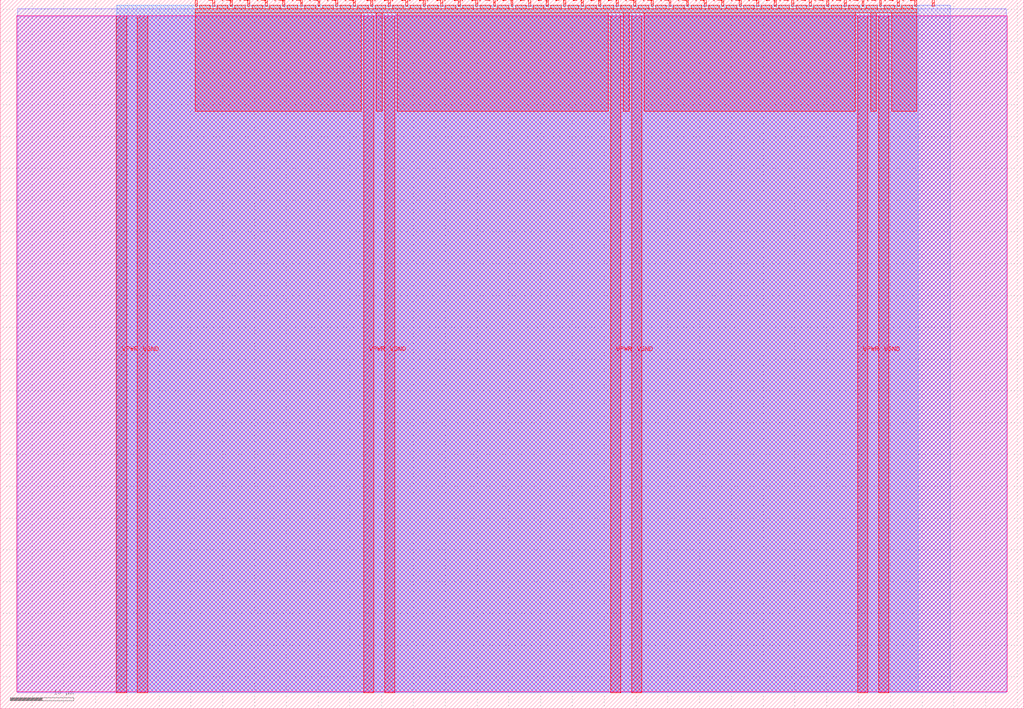
<source format=lef>
VERSION 5.7 ;
  NOWIREEXTENSIONATPIN ON ;
  DIVIDERCHAR "/" ;
  BUSBITCHARS "[]" ;
MACRO tt_um_wokwi_413879612498222081
  CLASS BLOCK ;
  FOREIGN tt_um_wokwi_413879612498222081 ;
  ORIGIN 0.000 0.000 ;
  SIZE 161.000 BY 111.520 ;
  PIN VGND
    DIRECTION INOUT ;
    USE GROUND ;
    PORT
      LAYER met4 ;
        RECT 21.580 2.480 23.180 109.040 ;
    END
    PORT
      LAYER met4 ;
        RECT 60.450 2.480 62.050 109.040 ;
    END
    PORT
      LAYER met4 ;
        RECT 99.320 2.480 100.920 109.040 ;
    END
    PORT
      LAYER met4 ;
        RECT 138.190 2.480 139.790 109.040 ;
    END
  END VGND
  PIN VPWR
    DIRECTION INOUT ;
    USE POWER ;
    PORT
      LAYER met4 ;
        RECT 18.280 2.480 19.880 109.040 ;
    END
    PORT
      LAYER met4 ;
        RECT 57.150 2.480 58.750 109.040 ;
    END
    PORT
      LAYER met4 ;
        RECT 96.020 2.480 97.620 109.040 ;
    END
    PORT
      LAYER met4 ;
        RECT 134.890 2.480 136.490 109.040 ;
    END
  END VPWR
  PIN clk
    DIRECTION INPUT ;
    USE SIGNAL ;
    ANTENNAGATEAREA 0.852000 ;
    PORT
      LAYER met4 ;
        RECT 143.830 110.520 144.130 111.520 ;
    END
  END clk
  PIN ena
    DIRECTION INPUT ;
    USE SIGNAL ;
    PORT
      LAYER met4 ;
        RECT 146.590 110.520 146.890 111.520 ;
    END
  END ena
  PIN rst_n
    DIRECTION INPUT ;
    USE SIGNAL ;
    ANTENNAGATEAREA 0.196500 ;
    PORT
      LAYER met4 ;
        RECT 141.070 110.520 141.370 111.520 ;
    END
  END rst_n
  PIN ui_in[0]
    DIRECTION INPUT ;
    USE SIGNAL ;
    ANTENNAGATEAREA 0.196500 ;
    PORT
      LAYER met4 ;
        RECT 138.310 110.520 138.610 111.520 ;
    END
  END ui_in[0]
  PIN ui_in[1]
    DIRECTION INPUT ;
    USE SIGNAL ;
    ANTENNAGATEAREA 0.196500 ;
    PORT
      LAYER met4 ;
        RECT 135.550 110.520 135.850 111.520 ;
    END
  END ui_in[1]
  PIN ui_in[2]
    DIRECTION INPUT ;
    USE SIGNAL ;
    ANTENNAGATEAREA 0.196500 ;
    PORT
      LAYER met4 ;
        RECT 132.790 110.520 133.090 111.520 ;
    END
  END ui_in[2]
  PIN ui_in[3]
    DIRECTION INPUT ;
    USE SIGNAL ;
    ANTENNAGATEAREA 0.196500 ;
    PORT
      LAYER met4 ;
        RECT 130.030 110.520 130.330 111.520 ;
    END
  END ui_in[3]
  PIN ui_in[4]
    DIRECTION INPUT ;
    USE SIGNAL ;
    ANTENNAGATEAREA 0.196500 ;
    PORT
      LAYER met4 ;
        RECT 127.270 110.520 127.570 111.520 ;
    END
  END ui_in[4]
  PIN ui_in[5]
    DIRECTION INPUT ;
    USE SIGNAL ;
    ANTENNAGATEAREA 0.196500 ;
    PORT
      LAYER met4 ;
        RECT 124.510 110.520 124.810 111.520 ;
    END
  END ui_in[5]
  PIN ui_in[6]
    DIRECTION INPUT ;
    USE SIGNAL ;
    ANTENNAGATEAREA 0.196500 ;
    PORT
      LAYER met4 ;
        RECT 121.750 110.520 122.050 111.520 ;
    END
  END ui_in[6]
  PIN ui_in[7]
    DIRECTION INPUT ;
    USE SIGNAL ;
    ANTENNAGATEAREA 0.196500 ;
    PORT
      LAYER met4 ;
        RECT 118.990 110.520 119.290 111.520 ;
    END
  END ui_in[7]
  PIN uio_in[0]
    DIRECTION INPUT ;
    USE SIGNAL ;
    PORT
      LAYER met4 ;
        RECT 116.230 110.520 116.530 111.520 ;
    END
  END uio_in[0]
  PIN uio_in[1]
    DIRECTION INPUT ;
    USE SIGNAL ;
    PORT
      LAYER met4 ;
        RECT 113.470 110.520 113.770 111.520 ;
    END
  END uio_in[1]
  PIN uio_in[2]
    DIRECTION INPUT ;
    USE SIGNAL ;
    PORT
      LAYER met4 ;
        RECT 110.710 110.520 111.010 111.520 ;
    END
  END uio_in[2]
  PIN uio_in[3]
    DIRECTION INPUT ;
    USE SIGNAL ;
    PORT
      LAYER met4 ;
        RECT 107.950 110.520 108.250 111.520 ;
    END
  END uio_in[3]
  PIN uio_in[4]
    DIRECTION INPUT ;
    USE SIGNAL ;
    PORT
      LAYER met4 ;
        RECT 105.190 110.520 105.490 111.520 ;
    END
  END uio_in[4]
  PIN uio_in[5]
    DIRECTION INPUT ;
    USE SIGNAL ;
    PORT
      LAYER met4 ;
        RECT 102.430 110.520 102.730 111.520 ;
    END
  END uio_in[5]
  PIN uio_in[6]
    DIRECTION INPUT ;
    USE SIGNAL ;
    PORT
      LAYER met4 ;
        RECT 99.670 110.520 99.970 111.520 ;
    END
  END uio_in[6]
  PIN uio_in[7]
    DIRECTION INPUT ;
    USE SIGNAL ;
    PORT
      LAYER met4 ;
        RECT 96.910 110.520 97.210 111.520 ;
    END
  END uio_in[7]
  PIN uio_oe[0]
    DIRECTION OUTPUT ;
    USE SIGNAL ;
    PORT
      LAYER met4 ;
        RECT 49.990 110.520 50.290 111.520 ;
    END
  END uio_oe[0]
  PIN uio_oe[1]
    DIRECTION OUTPUT ;
    USE SIGNAL ;
    PORT
      LAYER met4 ;
        RECT 47.230 110.520 47.530 111.520 ;
    END
  END uio_oe[1]
  PIN uio_oe[2]
    DIRECTION OUTPUT ;
    USE SIGNAL ;
    PORT
      LAYER met4 ;
        RECT 44.470 110.520 44.770 111.520 ;
    END
  END uio_oe[2]
  PIN uio_oe[3]
    DIRECTION OUTPUT ;
    USE SIGNAL ;
    PORT
      LAYER met4 ;
        RECT 41.710 110.520 42.010 111.520 ;
    END
  END uio_oe[3]
  PIN uio_oe[4]
    DIRECTION OUTPUT ;
    USE SIGNAL ;
    PORT
      LAYER met4 ;
        RECT 38.950 110.520 39.250 111.520 ;
    END
  END uio_oe[4]
  PIN uio_oe[5]
    DIRECTION OUTPUT ;
    USE SIGNAL ;
    PORT
      LAYER met4 ;
        RECT 36.190 110.520 36.490 111.520 ;
    END
  END uio_oe[5]
  PIN uio_oe[6]
    DIRECTION OUTPUT ;
    USE SIGNAL ;
    PORT
      LAYER met4 ;
        RECT 33.430 110.520 33.730 111.520 ;
    END
  END uio_oe[6]
  PIN uio_oe[7]
    DIRECTION OUTPUT ;
    USE SIGNAL ;
    PORT
      LAYER met4 ;
        RECT 30.670 110.520 30.970 111.520 ;
    END
  END uio_oe[7]
  PIN uio_out[0]
    DIRECTION OUTPUT ;
    USE SIGNAL ;
    PORT
      LAYER met4 ;
        RECT 72.070 110.520 72.370 111.520 ;
    END
  END uio_out[0]
  PIN uio_out[1]
    DIRECTION OUTPUT ;
    USE SIGNAL ;
    PORT
      LAYER met4 ;
        RECT 69.310 110.520 69.610 111.520 ;
    END
  END uio_out[1]
  PIN uio_out[2]
    DIRECTION OUTPUT ;
    USE SIGNAL ;
    PORT
      LAYER met4 ;
        RECT 66.550 110.520 66.850 111.520 ;
    END
  END uio_out[2]
  PIN uio_out[3]
    DIRECTION OUTPUT ;
    USE SIGNAL ;
    PORT
      LAYER met4 ;
        RECT 63.790 110.520 64.090 111.520 ;
    END
  END uio_out[3]
  PIN uio_out[4]
    DIRECTION OUTPUT ;
    USE SIGNAL ;
    PORT
      LAYER met4 ;
        RECT 61.030 110.520 61.330 111.520 ;
    END
  END uio_out[4]
  PIN uio_out[5]
    DIRECTION OUTPUT ;
    USE SIGNAL ;
    PORT
      LAYER met4 ;
        RECT 58.270 110.520 58.570 111.520 ;
    END
  END uio_out[5]
  PIN uio_out[6]
    DIRECTION OUTPUT ;
    USE SIGNAL ;
    PORT
      LAYER met4 ;
        RECT 55.510 110.520 55.810 111.520 ;
    END
  END uio_out[6]
  PIN uio_out[7]
    DIRECTION OUTPUT ;
    USE SIGNAL ;
    PORT
      LAYER met4 ;
        RECT 52.750 110.520 53.050 111.520 ;
    END
  END uio_out[7]
  PIN uo_out[0]
    DIRECTION OUTPUT ;
    USE SIGNAL ;
    ANTENNADIFFAREA 0.445500 ;
    PORT
      LAYER met4 ;
        RECT 94.150 110.520 94.450 111.520 ;
    END
  END uo_out[0]
  PIN uo_out[1]
    DIRECTION OUTPUT ;
    USE SIGNAL ;
    ANTENNADIFFAREA 0.445500 ;
    PORT
      LAYER met4 ;
        RECT 91.390 110.520 91.690 111.520 ;
    END
  END uo_out[1]
  PIN uo_out[2]
    DIRECTION OUTPUT ;
    USE SIGNAL ;
    ANTENNADIFFAREA 0.445500 ;
    PORT
      LAYER met4 ;
        RECT 88.630 110.520 88.930 111.520 ;
    END
  END uo_out[2]
  PIN uo_out[3]
    DIRECTION OUTPUT ;
    USE SIGNAL ;
    ANTENNADIFFAREA 0.795200 ;
    PORT
      LAYER met4 ;
        RECT 85.870 110.520 86.170 111.520 ;
    END
  END uo_out[3]
  PIN uo_out[4]
    DIRECTION OUTPUT ;
    USE SIGNAL ;
    ANTENNADIFFAREA 0.795200 ;
    PORT
      LAYER met4 ;
        RECT 83.110 110.520 83.410 111.520 ;
    END
  END uo_out[4]
  PIN uo_out[5]
    DIRECTION OUTPUT ;
    USE SIGNAL ;
    ANTENNADIFFAREA 0.795200 ;
    PORT
      LAYER met4 ;
        RECT 80.350 110.520 80.650 111.520 ;
    END
  END uo_out[5]
  PIN uo_out[6]
    DIRECTION OUTPUT ;
    USE SIGNAL ;
    ANTENNADIFFAREA 0.795200 ;
    PORT
      LAYER met4 ;
        RECT 77.590 110.520 77.890 111.520 ;
    END
  END uo_out[6]
  PIN uo_out[7]
    DIRECTION OUTPUT ;
    USE SIGNAL ;
    ANTENNADIFFAREA 0.795200 ;
    PORT
      LAYER met4 ;
        RECT 74.830 110.520 75.130 111.520 ;
    END
  END uo_out[7]
  OBS
      LAYER nwell ;
        RECT 2.570 2.635 158.430 108.990 ;
      LAYER li1 ;
        RECT 2.760 2.635 158.240 108.885 ;
      LAYER met1 ;
        RECT 2.760 2.480 158.240 110.120 ;
      LAYER met2 ;
        RECT 18.310 2.535 149.400 110.685 ;
      LAYER met3 ;
        RECT 18.290 2.555 144.370 110.665 ;
      LAYER met4 ;
        RECT 31.370 110.120 33.030 110.665 ;
        RECT 34.130 110.120 35.790 110.665 ;
        RECT 36.890 110.120 38.550 110.665 ;
        RECT 39.650 110.120 41.310 110.665 ;
        RECT 42.410 110.120 44.070 110.665 ;
        RECT 45.170 110.120 46.830 110.665 ;
        RECT 47.930 110.120 49.590 110.665 ;
        RECT 50.690 110.120 52.350 110.665 ;
        RECT 53.450 110.120 55.110 110.665 ;
        RECT 56.210 110.120 57.870 110.665 ;
        RECT 58.970 110.120 60.630 110.665 ;
        RECT 61.730 110.120 63.390 110.665 ;
        RECT 64.490 110.120 66.150 110.665 ;
        RECT 67.250 110.120 68.910 110.665 ;
        RECT 70.010 110.120 71.670 110.665 ;
        RECT 72.770 110.120 74.430 110.665 ;
        RECT 75.530 110.120 77.190 110.665 ;
        RECT 78.290 110.120 79.950 110.665 ;
        RECT 81.050 110.120 82.710 110.665 ;
        RECT 83.810 110.120 85.470 110.665 ;
        RECT 86.570 110.120 88.230 110.665 ;
        RECT 89.330 110.120 90.990 110.665 ;
        RECT 92.090 110.120 93.750 110.665 ;
        RECT 94.850 110.120 96.510 110.665 ;
        RECT 97.610 110.120 99.270 110.665 ;
        RECT 100.370 110.120 102.030 110.665 ;
        RECT 103.130 110.120 104.790 110.665 ;
        RECT 105.890 110.120 107.550 110.665 ;
        RECT 108.650 110.120 110.310 110.665 ;
        RECT 111.410 110.120 113.070 110.665 ;
        RECT 114.170 110.120 115.830 110.665 ;
        RECT 116.930 110.120 118.590 110.665 ;
        RECT 119.690 110.120 121.350 110.665 ;
        RECT 122.450 110.120 124.110 110.665 ;
        RECT 125.210 110.120 126.870 110.665 ;
        RECT 127.970 110.120 129.630 110.665 ;
        RECT 130.730 110.120 132.390 110.665 ;
        RECT 133.490 110.120 135.150 110.665 ;
        RECT 136.250 110.120 137.910 110.665 ;
        RECT 139.010 110.120 140.670 110.665 ;
        RECT 141.770 110.120 143.430 110.665 ;
        RECT 30.655 109.440 144.145 110.120 ;
        RECT 30.655 94.015 56.750 109.440 ;
        RECT 59.150 94.015 60.050 109.440 ;
        RECT 62.450 94.015 95.620 109.440 ;
        RECT 98.020 94.015 98.920 109.440 ;
        RECT 101.320 94.015 134.490 109.440 ;
        RECT 136.890 94.015 137.790 109.440 ;
        RECT 140.190 94.015 144.145 109.440 ;
  END
END tt_um_wokwi_413879612498222081
END LIBRARY


</source>
